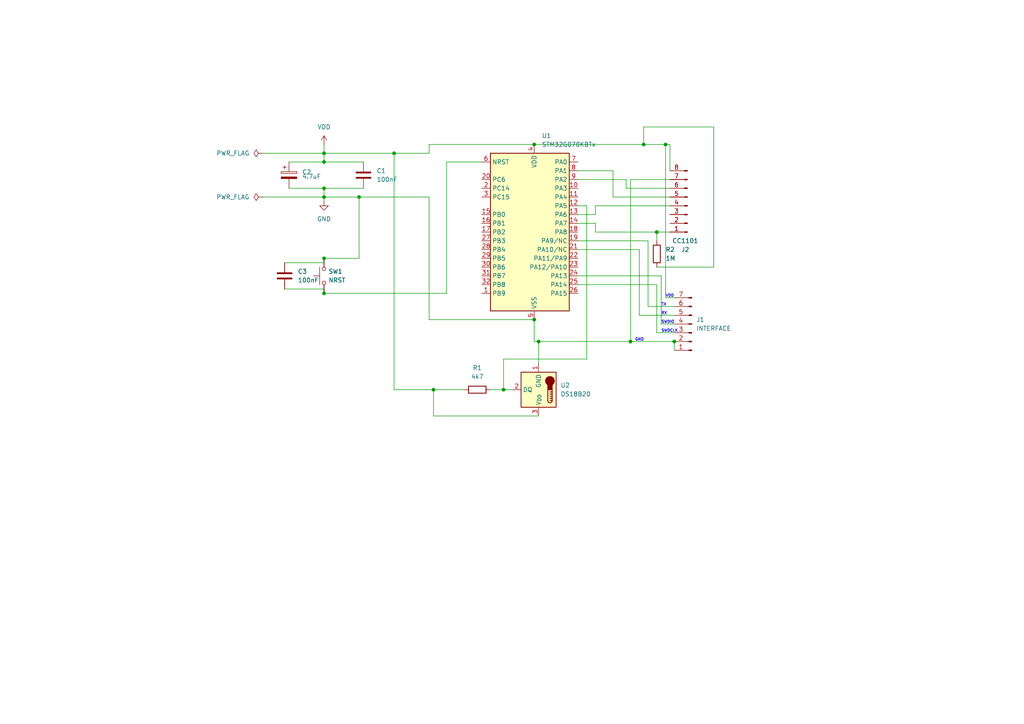
<source format=kicad_sch>
(kicad_sch (version 20230121) (generator eeschema)
  (paper "A4")
  (title_block (title "Temp sensor") (date "2023-12-30") (rev "0.9"))
  (lib_symbols
    (symbol "Connector:Conn_01x07_Pin" (pin_names (offset 1.016) hide)
      (property "Reference" "J" (at 0 10.16 0))
      (property "Value" "Conn_01x07_Pin" (at 0 -10.16 0))
      (symbol "Conn_01x07_Pin_1_1"
        (polyline (pts (xy 1.27 -7.62) (xy 0.8636 -7.62)) (stroke (width 0.1524)))
        (polyline (pts (xy 1.27 -5.08) (xy 0.8636 -5.08)) (stroke (width 0.1524)))
        (polyline (pts (xy 1.27 -2.54) (xy 0.8636 -2.54)) (stroke (width 0.1524)))
        (polyline (pts (xy 1.27 0) (xy 0.8636 0)) (stroke (width 0.1524)))
        (polyline (pts (xy 1.27 2.54) (xy 0.8636 2.54)) (stroke (width 0.1524)))
        (polyline (pts (xy 1.27 5.08) (xy 0.8636 5.08)) (stroke (width 0.1524)))
        (polyline (pts (xy 1.27 7.62) (xy 0.8636 7.62)) (stroke (width 0.1524)))
        (rectangle (start 0.8636 -7.493) (end 0 -7.747) (stroke (width 0.1524)) (fill (type outline)))
        (rectangle (start 0.8636 -4.953) (end 0 -5.207) (stroke (width 0.1524)) (fill (type outline)))
        (rectangle (start 0.8636 -2.413) (end 0 -2.667) (stroke (width 0.1524)) (fill (type outline)))
        (rectangle (start 0.8636 0.127) (end 0 -0.127) (stroke (width 0.1524)) (fill (type outline)))
        (rectangle (start 0.8636 2.667) (end 0 2.413) (stroke (width 0.1524)) (fill (type outline)))
        (rectangle (start 0.8636 5.207) (end 0 4.953) (stroke (width 0.1524)) (fill (type outline)))
        (rectangle (start 0.8636 7.747) (end 0 7.493) (stroke (width 0.1524)) (fill (type outline)))
        (pin passive line (at 5.08 7.62 180) (length 3.81) (name "Pin_1") (number "1"))
        (pin passive line (at 5.08 5.08 180) (length 3.81) (name "Pin_2") (number "2"))
        (pin passive line (at 5.08 2.54 180) (length 3.81) (name "Pin_3") (number "3"))
        (pin passive line (at 5.08 0 180) (length 3.81) (name "Pin_4") (number "4"))
        (pin passive line (at 5.08 -2.54 180) (length 3.81) (name "Pin_5") (number "5"))
        (pin passive line (at 5.08 -5.08 180) (length 3.81) (name "Pin_6") (number "6"))
        (pin passive line (at 5.08 -7.62 180) (length 3.81) (name "Pin_7") (number "7"))
      )
    )
    (symbol "Connector:Conn_01x08_Pin" (pin_names (offset 1.016) hide)
      (property "Reference" "J" (at 0 10.16 0))
      (property "Value" "Conn_01x08_Pin" (at 0 -12.7 0))
      (symbol "Conn_01x08_Pin_1_1"
        (polyline (pts (xy 1.27 -10.16) (xy 0.8636 -10.16)) (stroke (width 0.1524)))
        (polyline (pts (xy 1.27 -7.62) (xy 0.8636 -7.62)) (stroke (width 0.1524)))
        (polyline (pts (xy 1.27 -5.08) (xy 0.8636 -5.08)) (stroke (width 0.1524)))
        (polyline (pts (xy 1.27 -2.54) (xy 0.8636 -2.54)) (stroke (width 0.1524)))
        (polyline (pts (xy 1.27 0) (xy 0.8636 0)) (stroke (width 0.1524)))
        (polyline (pts (xy 1.27 2.54) (xy 0.8636 2.54)) (stroke (width 0.1524)))
        (polyline (pts (xy 1.27 5.08) (xy 0.8636 5.08)) (stroke (width 0.1524)))
        (polyline (pts (xy 1.27 7.62) (xy 0.8636 7.62)) (stroke (width 0.1524)))
        (rectangle (start 0.8636 -10.033) (end 0 -10.287) (stroke (width 0.1524)) (fill (type outline)))
        (rectangle (start 0.8636 -7.493) (end 0 -7.747) (stroke (width 0.1524)) (fill (type outline)))
        (rectangle (start 0.8636 -4.953) (end 0 -5.207) (stroke (width 0.1524)) (fill (type outline)))
        (rectangle (start 0.8636 -2.413) (end 0 -2.667) (stroke (width 0.1524)) (fill (type outline)))
        (rectangle (start 0.8636 0.127) (end 0 -0.127) (stroke (width 0.1524)) (fill (type outline)))
        (rectangle (start 0.8636 2.667) (end 0 2.413) (stroke (width 0.1524)) (fill (type outline)))
        (rectangle (start 0.8636 5.207) (end 0 4.953) (stroke (width 0.1524)) (fill (type outline)))
        (rectangle (start 0.8636 7.747) (end 0 7.493) (stroke (width 0.1524)) (fill (type outline)))
        (pin passive line (at 5.08 7.62 180) (length 3.81) (name "Pin_1") (number "1"))
        (pin passive line (at 5.08 5.08 180) (length 3.81) (name "Pin_2") (number "2"))
        (pin passive line (at 5.08 2.54 180) (length 3.81) (name "Pin_3") (number "3"))
        (pin passive line (at 5.08 0 180) (length 3.81) (name "Pin_4") (number "4"))
        (pin passive line (at 5.08 -2.54 180) (length 3.81) (name "Pin_5") (number "5"))
        (pin passive line (at 5.08 -5.08 180) (length 3.81) (name "Pin_6") (number "6"))
        (pin passive line (at 5.08 -7.62 180) (length 3.81) (name "Pin_7") (number "7"))
        (pin passive line (at 5.08 -10.16 180) (length 3.81) (name "Pin_8") (number "8"))
      )
    )
    (symbol "Device:C" (pin_numbers hide) (pin_names (offset 0.254))
      (property "Reference" "C" (at 0.635 2.54 0))
      (property "Value" "C" (at 0.635 -2.54 0))
      (symbol "C_0_1"
        (polyline (pts (xy -2.032 -0.762) (xy 2.032 -0.762)) (stroke (width 0.508)))
        (polyline (pts (xy -2.032 0.762) (xy 2.032 0.762)) (stroke (width 0.508)))
      )
      (symbol "C_1_1"
        (pin passive line (at 0 3.81 270) (length 2.794) (name "~") (number "1"))
        (pin passive line (at 0 -3.81 90) (length 2.794) (name "~") (number "2"))
      )
    )
    (symbol "Device:C_Polarized" (pin_numbers hide) (pin_names (offset 0.254))
      (property "Reference" "C" (at 0.635 2.54 0))
      (property "Value" "C_Polarized" (at 0.635 -2.54 0))
      (symbol "C_Polarized_0_1"
        (rectangle (start -2.286 0.508) (end 2.286 1.016))
        (polyline (pts (xy -1.778 2.286) (xy -0.762 2.286)))
        (polyline (pts (xy -1.27 2.794) (xy -1.27 1.778)))
        (rectangle (start 2.286 -0.508) (end -2.286 -1.016) (fill (type outline)))
      )
      (symbol "C_Polarized_1_1"
        (pin passive line (at 0 3.81 270) (length 2.794) (name "~") (number "1"))
        (pin passive line (at 0 -3.81 90) (length 2.794) (name "~") (number "2"))
      )
    )
    (symbol "Device:R" (pin_numbers hide) (pin_names (offset 0))
      (property "Reference" "R" (at 2.032 0 90))
      (property "Value" "R" (at 0 0 90))
      (symbol "R_0_1"
        (rectangle (start -1.016 -2.54) (end 1.016 2.54) (stroke (width 0.254)))
      )
      (symbol "R_1_1"
        (pin passive line (at 0 3.81 270) (length 1.27) (name "~") (number "1"))
        (pin passive line (at 0 -3.81 90) (length 1.27) (name "~") (number "2"))
      )
    )
    (symbol "MCU_ST_STM32G0:STM32G070KBTx"
      (property "Reference" "U" (at -10.16 24.13 0))
      (property "Value" "STM32G070KBTx" (at 5.08 24.13 0))
      (symbol "STM32G070KBTx_0_1"
        (rectangle (start -10.16 -22.86) (end 12.7 22.86) (stroke (width 0.254)) (fill (type background)))
      )
      (symbol "STM32G070KBTx_1_1"
        (pin bidirectional line (at -12.7 -17.78 0) (length 2.54) (name "PB9") (number "1"))
        (pin bidirectional line (at 15.24 12.7 180) (length 2.54) (name "PA3") (number "10"))
        (pin bidirectional line (at 15.24 10.16 180) (length 2.54) (name "PA4") (number "11"))
        (pin bidirectional line (at 15.24 7.62 180) (length 2.54) (name "PA5") (number "12"))
        (pin bidirectional line (at 15.24 5.08 180) (length 2.54) (name "PA6") (number "13"))
        (pin bidirectional line (at 15.24 2.54 180) (length 2.54) (name "PA7") (number "14"))
        (pin bidirectional line (at -12.7 5.08 0) (length 2.54) (name "PB0") (number "15"))
        (pin bidirectional line (at -12.7 2.54 0) (length 2.54) (name "PB1") (number "16"))
        (pin bidirectional line (at -12.7 0 0) (length 2.54) (name "PB2") (number "17"))
        (pin bidirectional line (at 15.24 0 180) (length 2.54) (name "PA8") (number "18"))
        (pin bidirectional line (at 15.24 -2.54 180) (length 2.54) (name "PA9/NC") (number "19"))
        (pin bidirectional line (at -12.7 12.7 0) (length 2.54) (name "PC14") (number "2"))
        (pin bidirectional line (at -12.7 15.24 0) (length 2.54) (name "PC6") (number "20"))
        (pin bidirectional line (at 15.24 -5.08 180) (length 2.54) (name "PA10/NC") (number "21"))
        (pin bidirectional line (at 15.24 -7.62 180) (length 2.54) (name "PA11/PA9") (number "22"))
        (pin bidirectional line (at 15.24 -10.16 180) (length 2.54) (name "PA12/PA10") (number "23"))
        (pin bidirectional line (at 15.24 -12.7 180) (length 2.54) (name "PA13") (number "24"))
        (pin bidirectional line (at 15.24 -15.24 180) (length 2.54) (name "PA14") (number "25"))
        (pin bidirectional line (at 15.24 -17.78 180) (length 2.54) (name "PA15") (number "26"))
        (pin bidirectional line (at -12.7 -2.54 0) (length 2.54) (name "PB3") (number "27"))
        (pin bidirectional line (at -12.7 -5.08 0) (length 2.54) (name "PB4") (number "28"))
        (pin bidirectional line (at -12.7 -7.62 0) (length 2.54) (name "PB5") (number "29"))
        (pin bidirectional line (at -12.7 10.16 0) (length 2.54) (name "PC15") (number "3"))
        (pin bidirectional line (at -12.7 -10.16 0) (length 2.54) (name "PB6") (number "30"))
        (pin bidirectional line (at -12.7 -12.7 0) (length 2.54) (name "PB7") (number "31"))
        (pin bidirectional line (at -12.7 -15.24 0) (length 2.54) (name "PB8") (number "32"))
        (pin power_in line (at 2.54 25.4 270) (length 2.54) (name "VDD") (number "4"))
        (pin power_in line (at 2.54 -25.4 90) (length 2.54) (name "VSS") (number "5"))
        (pin input line (at -12.7 20.32 0) (length 2.54) (name "NRST") (number "6"))
        (pin bidirectional line (at 15.24 20.32 180) (length 2.54) (name "PA0") (number "7"))
        (pin bidirectional line (at 15.24 17.78 180) (length 2.54) (name "PA1") (number "8"))
        (pin bidirectional line (at 15.24 15.24 180) (length 2.54) (name "PA2") (number "9"))
      )
    )
    (symbol "Sensor_Temperature:DS18B20"
      (property "Reference" "U" (at -3.81 6.35 0))
      (property "Value" "DS18B20" (at 6.35 6.35 0))
      (symbol "DS18B20_0_1"
        (rectangle (start -5.08 5.08) (end 5.08 -5.08) (stroke (width 0.254)) (fill (type background)))
        (circle (center -3.302 -2.54) (radius 1.27) (stroke (width 0.254)) (fill (type outline)))
        (rectangle (start -2.667 -1.905) (end -3.937 0) (stroke (width 0.254)) (fill (type outline)))
        (arc (start -2.667 3.175) (mid -3.302 3.8073) (end -3.937 3.175) (stroke (width 0.254)))
        (polyline (pts (xy -3.937 0.635) (xy -3.302 0.635)) (stroke (width 0.254)))
        (polyline (pts (xy -3.937 1.27) (xy -3.302 1.27)) (stroke (width 0.254)))
        (polyline (pts (xy -3.937 1.905) (xy -3.302 1.905)) (stroke (width 0.254)))
        (polyline (pts (xy -3.937 2.54) (xy -3.302 2.54)) (stroke (width 0.254)))
        (polyline (pts (xy -3.937 3.175) (xy -3.937 0)) (stroke (width 0.254)))
        (polyline (pts (xy -3.937 3.175) (xy -3.302 3.175)) (stroke (width 0.254)))
        (polyline (pts (xy -2.667 3.175) (xy -2.667 0)) (stroke (width 0.254)))
      )
      (symbol "DS18B20_1_1"
        (pin power_in line (at 0 -7.62 90) (length 2.54) (name "GND") (number "1"))
        (pin bidirectional line (at 7.62 0 180) (length 2.54) (name "DQ") (number "2"))
        (pin power_in line (at 0 7.62 270) (length 2.54) (name "V_{DD}") (number "3"))
      )
    )
    (symbol "Switch:SW_Push" (pin_numbers hide) (pin_names (offset 1.016) hide)
      (property "Reference" "SW" (at 1.27 2.54 0))
      (property "Value" "SW_Push" (at 0 -1.524 0))
      (symbol "SW_Push_0_1"
        (circle (center -2.032 0) (radius 0.508))
        (polyline (pts (xy 0 1.27) (xy 0 3.048)))
        (polyline (pts (xy 2.54 1.27) (xy -2.54 1.27)))
        (circle (center 2.032 0) (radius 0.508))
        (pin passive line (at -5.08 0 0) (length 2.54) (name "1") (number "1"))
        (pin passive line (at 5.08 0 180) (length 2.54) (name "2") (number "2"))
      )
    )
    (symbol "power:GND" (power) (pin_names (offset 0))
      (property "Value" "GND" (at 0 -3.81 0))
      (symbol "GND_0_1"
        (polyline (pts (xy 0 0) (xy 0 -1.27) (xy 1.27 -1.27) (xy 0 -2.54) (xy -1.27 -1.27) (xy 0 -1.27)))
      )
      (symbol "GND_1_1"
        (pin power_in line (at 0 0 270) (length 0) hide (name "GND") (number "1"))
      )
    )
    (symbol "power:PWR_FLAG" (power) (pin_numbers hide) (pin_names (offset 0) hide)
      (property "Value" "PWR_FLAG" (at 0 3.81 0))
      (symbol "PWR_FLAG_0_0"
        (pin power_out line (at 0 0 90) (length 0) (name "pwr") (number "1"))
      )
      (symbol "PWR_FLAG_0_1"
        (polyline (pts (xy 0 0) (xy 0 1.27) (xy -1.016 1.905) (xy 0 2.54) (xy 1.016 1.905) (xy 0 1.27)))
      )
    )
    (symbol "power:VDD" (power) (pin_names (offset 0))
      (property "Value" "VDD" (at 0 3.81 0))
      (symbol "VDD_0_1"
        (polyline (pts (xy -0.762 1.27) (xy 0 2.54)))
        (polyline (pts (xy 0 0) (xy 0 2.54)))
        (polyline (pts (xy 0 2.54) (xy 0.762 1.27)))
      )
      (symbol "VDD_1_1"
        (pin power_in line (at 0 0 90) (length 0) hide (name "VDD") (number "1"))
      )
    )
  )
  (junction (at 186.69 41.91))
  (junction (at 195.58 99.06))
  (junction (at 93.98 54.61))
  (junction (at 154.94 92.71))
  (junction (at 190.5 67.31))
  (junction (at 156.21 99.06))
  (junction (at 114.3 44.45))
  (junction (at 93.98 57.15))
  (junction (at 154.94 41.91))
  (junction (at 93.98 74.93))
  (junction (at 146.05 113.03))
  (junction (at 125.73 113.03))
  (junction (at 193.04 41.91))
  (junction (at 182.88 99.06))
  (junction (at 104.14 57.15))
  (junction (at 93.98 46.99))
  (junction (at 93.98 85.09))
  (junction (at 93.98 44.45))
  (wire (pts (xy 195.58 93.98) (xy 191.77 93.98)))
  (wire (pts (xy 172.72 59.69) (xy 194.31 59.69)))
  (wire (pts (xy 170.18 59.69) (xy 170.18 104.14)))
  (wire (pts (xy 167.64 82.55) (xy 190.5 82.55)))
  (wire (pts (xy 190.5 77.47) (xy 207.01 77.47)))
  (wire (pts (xy 129.54 46.99) (xy 129.54 85.09)))
  (wire (pts (xy 124.46 92.71) (xy 154.94 92.71)))
  (wire (pts (xy 172.72 64.77) (xy 167.64 64.77)))
  (wire (pts (xy 177.8 57.15) (xy 177.8 49.53)))
  (wire (pts (xy 181.61 52.07) (xy 167.64 52.07)))
  (wire (pts (xy 154.94 92.71) (xy 154.94 99.06)))
  (wire (pts (xy 142.24 113.03) (xy 146.05 113.03)))
  (wire (pts (xy 193.04 41.91) (xy 186.69 41.91)))
  (wire (pts (xy 190.5 67.31) (xy 194.31 67.31)))
  (wire (pts (xy 83.82 54.61) (xy 93.98 54.61)))
  (wire (pts (xy 167.64 59.69) (xy 170.18 59.69)))
  (wire (pts (xy 190.5 82.55) (xy 190.5 96.52)))
  (wire (pts (xy 187.96 69.85) (xy 187.96 88.9)))
  (wire (pts (xy 177.8 49.53) (xy 167.64 49.53)))
  (wire (pts (xy 172.72 62.23) (xy 167.64 62.23)))
  (wire (pts (xy 185.42 91.44) (xy 195.58 91.44)))
  (wire (pts (xy 93.98 46.99) (xy 105.41 46.99)))
  (wire (pts (xy 191.77 93.98) (xy 191.77 80.01)))
  (wire (pts (xy 172.72 59.69) (xy 172.72 62.23)))
  (wire (pts (xy 194.31 52.07) (xy 182.88 52.07)))
  (wire (pts (xy 167.64 72.39) (xy 185.42 72.39)))
  (wire (pts (xy 93.98 83.82) (xy 93.98 85.09)))
  (wire (pts (xy 170.18 104.14) (xy 146.05 104.14)))
  (wire (pts (xy 154.94 41.91) (xy 124.46 41.91)))
  (wire (pts (xy 194.31 41.91) (xy 193.04 41.91)))
  (wire (pts (xy 182.88 99.06) (xy 195.58 99.06)))
  (wire (pts (xy 186.69 36.83) (xy 186.69 41.91)))
  (wire (pts (xy 114.3 113.03) (xy 125.73 113.03)))
  (wire (pts (xy 193.04 86.36) (xy 193.04 41.91)))
  (wire (pts (xy 146.05 104.14) (xy 146.05 113.03)))
  (wire (pts (xy 104.14 57.15) (xy 104.14 74.93)))
  (wire (pts (xy 82.55 83.82) (xy 93.98 83.82)))
  (wire (pts (xy 93.98 41.91) (xy 93.98 44.45)))
  (wire (pts (xy 181.61 54.61) (xy 181.61 52.07)))
  (wire (pts (xy 129.54 85.09) (xy 93.98 85.09)))
  (wire (pts (xy 207.01 36.83) (xy 186.69 36.83)))
  (wire (pts (xy 156.21 99.06) (xy 154.94 99.06)))
  (wire (pts (xy 114.3 44.45) (xy 114.3 113.03)))
  (wire (pts (xy 93.98 54.61) (xy 93.98 57.15)))
  (wire (pts (xy 93.98 74.93) (xy 104.14 74.93)))
  (wire (pts (xy 124.46 92.71) (xy 124.46 57.15)))
  (wire (pts (xy 93.98 44.45) (xy 93.98 46.99)))
  (wire (pts (xy 182.88 52.07) (xy 182.88 99.06)))
  (wire (pts (xy 172.72 67.31) (xy 190.5 67.31)))
  (wire (pts (xy 124.46 41.91) (xy 124.46 44.45)))
  (wire (pts (xy 83.82 46.99) (xy 93.98 46.99)))
  (wire (pts (xy 194.31 57.15) (xy 177.8 57.15)))
  (wire (pts (xy 207.01 77.47) (xy 207.01 36.83)))
  (wire (pts (xy 76.2 57.15) (xy 93.98 57.15)))
  (wire (pts (xy 167.64 69.85) (xy 187.96 69.85)))
  (wire (pts (xy 156.21 99.06) (xy 156.21 105.41)))
  (wire (pts (xy 156.21 99.06) (xy 182.88 99.06)))
  (wire (pts (xy 124.46 44.45) (xy 114.3 44.45)))
  (wire (pts (xy 76.2 44.45) (xy 93.98 44.45)))
  (wire (pts (xy 195.58 99.06) (xy 195.58 101.6)))
  (wire (pts (xy 114.3 44.45) (xy 93.98 44.45)))
  (wire (pts (xy 104.14 57.15) (xy 93.98 57.15)))
  (wire (pts (xy 146.05 113.03) (xy 148.59 113.03)))
  (wire (pts (xy 124.46 57.15) (xy 104.14 57.15)))
  (wire (pts (xy 194.31 49.53) (xy 194.31 41.91)))
  (wire (pts (xy 82.55 76.2) (xy 93.98 76.2)))
  (wire (pts (xy 125.73 113.03) (xy 125.73 120.65)))
  (wire (pts (xy 187.96 88.9) (xy 195.58 88.9)))
  (wire (pts (xy 190.5 96.52) (xy 195.58 96.52)))
  (wire (pts (xy 93.98 76.2) (xy 93.98 74.93)))
  (wire (pts (xy 191.77 80.01) (xy 167.64 80.01)))
  (wire (pts (xy 185.42 72.39) (xy 185.42 91.44)))
  (wire (pts (xy 195.58 86.36) (xy 193.04 86.36)))
  (wire (pts (xy 93.98 54.61) (xy 105.41 54.61)))
  (wire (pts (xy 93.98 57.15) (xy 93.98 58.42)))
  (wire (pts (xy 194.31 54.61) (xy 181.61 54.61)))
  (wire (pts (xy 125.73 113.03) (xy 134.62 113.03)))
  (wire (pts (xy 190.5 67.31) (xy 190.5 69.85)))
  (wire (pts (xy 154.94 41.91) (xy 186.69 41.91)))
  (wire (pts (xy 172.72 67.31) (xy 172.72 64.77)))
  (wire (pts (xy 156.21 120.65) (xy 125.73 120.65)))
  (wire (pts (xy 139.7 46.99) (xy 129.54 46.99)))
  (text "GND" (at 184.15 99.06 0) (effects (font (size 0.8 0.8)) (justify left bottom)))
  (text "VDD" (at 193.04 86.36 0) (effects (font (size 0.8 0.8)) (justify left bottom)))
  (text "RX" (at 191.77 91.44 0) (effects (font (size 0.8 0.8)) (justify left bottom)))
  (text "SWDIO" (at 191.77 93.98 0) (effects (font (size 0.8 0.8)) (justify left bottom)))
  (text "TX" (at 191.77 88.9 0) (effects (font (size 0.8 0.8)) (justify left bottom)))
  (text "SWDCLK" (at 191.77 96.52 0) (effects (font (size 0.8 0.8)) (justify left bottom)))
  (symbol (lib_id "power:GND") (at 93.98 58.42 0) (unit 1)
    (property "Reference" "#PWR02" (effects hide))
    (property "Value" "GND" (at 93.98 63.5 0))
  )
  (symbol (lib_id "power:PWR_FLAG") (at 76.2 57.15 90) (unit 1)
    (property "Reference" "#FLG02" (effects hide))
    (property "Value" "PWR_FLAG" (at 72.39 57.15 90) (effects (justify left)))
  )
  (symbol (lib_id "Device:C_Polarized") (at 83.82 50.8 0) (unit 1)
    (property "Reference" "C2" (at 87.63 49.911 0) (effects (justify left)))
    (property "Value" "4.7uF" (at 87.63 51.181 0) (effects (justify left)))
    (property "Footprint" "Capacitor_THT:CP_Radial_D4.0mm_P2.00mm" (effects hide))
  )
  (symbol (lib_id "Device:C") (at 105.41 50.8 0) (unit 1)
    (property "Reference" "C1" (at 109.22 49.53 0) (effects (justify left)))
    (property "Value" "100nF" (at 109.22 52.07 0) (effects (justify left)))
    (property "Footprint" "Capacitor_SMD:C_1206_3216Metric" (effects hide))
  )
  (symbol (lib_id "power:PWR_FLAG") (at 76.2 44.45 90) (unit 1)
    (property "Reference" "#FLG01" (effects hide))
    (property "Value" "PWR_FLAG" (at 72.39 44.45 90) (effects (justify left)))
  )
  (symbol (lib_id "Switch:SW_Push") (at 93.98 80.01 90) (unit 1)
    (property "Reference" "SW1" (at 95.25 78.74 90) (effects (justify right)))
    (property "Value" "NRST" (at 95.25 81.28 90) (effects (justify right)))
    (property "Footprint" "Button_Switch_SMD:SW_Tactile_SPST_NO_Straight_CK_PTS636Sx25SMTRLFS" (effects hide))
  )
  (symbol (lib_id "Connector:Conn_01x07_Pin") (at 200.66 93.98 180) (unit 1)
    (property "Reference" "J1" (at 201.93 92.71 0) (effects (justify right)))
    (property "Value" "INTERFACE" (at 201.93 95.25 0) (effects (justify right)))
    (property "Footprint" "Connector_PinHeader_2.54mm:PinHeader_1x07_P2.54mm_Vertical" (effects hide))
  )
  (symbol (lib_id "Sensor_Temperature:DS18B20") (at 156.21 113.03 180) (unit 1)
    (property "Reference" "U2" (at 162.56 111.76 0) (effects (justify right)))
    (property "Value" "DS18B20" (at 162.56 114.3 0) (effects (justify right)))
    (property "Footprint" "Package_TO_SOT_THT:TO-92_Inline" (effects hide))
    (property "Datasheet" "http://datasheets.maximintegrated.com/en/ds/DS18B20.pdf" (effects hide))
  )
  (symbol (lib_id "Device:C") (at 82.55 80.01 0) (unit 1)
    (property "Reference" "C3" (at 86.36 78.74 0) (effects (justify left)))
    (property "Value" "100nF" (at 86.36 81.28 0) (effects (justify left)))
    (property "Footprint" "Capacitor_SMD:C_1206_3216Metric" (effects hide))
  )
  (symbol (lib_id "Device:R") (at 138.43 113.03 90) (unit 1)
    (property "Reference" "R1" (at 138.43 106.68 90))
    (property "Value" "4k7" (at 138.43 109.22 90))
    (property "Footprint" "Resistor_SMD:R_1206_3216Metric" (effects hide))
  )
  (symbol (lib_id "MCU_ST_STM32G0:STM32G070KBTx") (at 152.4 67.31 0) (unit 1)
    (property "Reference" "U1" (at 157.1341 39.37 0) (effects (justify left)))
    (property "Value" "STM32G070KBTx" (at 157.1341 41.91 0) (effects (justify left)))
    (property "Footprint" "Package_QFP:LQFP-32_7x7mm_P0.8mm" (effects hide))
    (property "Datasheet" "https://www.st.com/resource/en/datasheet/stm32g070kb.pdf" (effects hide))
  )
  (symbol (lib_id "Device:R") (at 190.5 73.66 0) (unit 1)
    (property "Reference" "R2" (at 193.04 72.39 0) (effects (justify left)))
    (property "Value" "1M" (at 193.04 74.93 0) (effects (justify left)))
    (property "Footprint" "Resistor_SMD:R_1206_3216Metric" (effects hide))
  )
  (symbol (lib_id "power:VDD") (at 93.98 41.91 0) (unit 1)
    (property "Reference" "#PWR01" (effects hide))
    (property "Value" "VDD" (at 93.98 36.83 0))
  )
  (symbol (lib_id "Connector:Conn_01x08_Pin") (at 199.39 59.69 180) (unit 1)
    (property "Reference" "J2" (at 198.755 72.39 0))
    (property "Value" "CC1101" (at 198.755 69.85 0))
    (property "Footprint" "Connector_PinHeader_1.27mm:PinHeader_1x08_P1.27mm_Vertical" (effects hide))
  )
)
</source>
